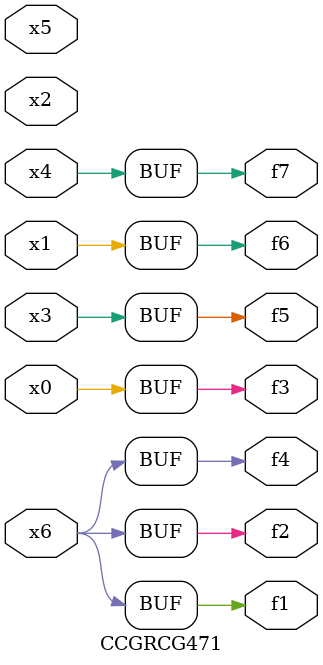
<source format=v>
module CCGRCG471(
	input x0, x1, x2, x3, x4, x5, x6,
	output f1, f2, f3, f4, f5, f6, f7
);
	assign f1 = x6;
	assign f2 = x6;
	assign f3 = x0;
	assign f4 = x6;
	assign f5 = x3;
	assign f6 = x1;
	assign f7 = x4;
endmodule

</source>
